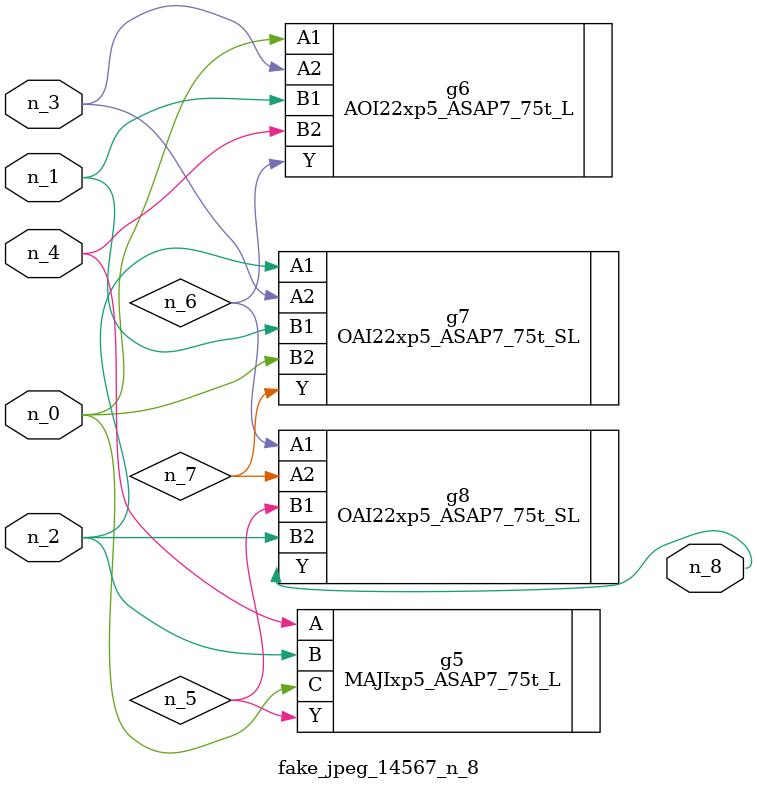
<source format=v>
module fake_jpeg_14567_n_8 (n_3, n_2, n_1, n_0, n_4, n_8);

input n_3;
input n_2;
input n_1;
input n_0;
input n_4;

output n_8;

wire n_6;
wire n_5;
wire n_7;

MAJIxp5_ASAP7_75t_L g5 ( 
.A(n_4),
.B(n_2),
.C(n_0),
.Y(n_5)
);

AOI22xp5_ASAP7_75t_L g6 ( 
.A1(n_0),
.A2(n_3),
.B1(n_1),
.B2(n_4),
.Y(n_6)
);

OAI22xp5_ASAP7_75t_SL g7 ( 
.A1(n_2),
.A2(n_3),
.B1(n_1),
.B2(n_0),
.Y(n_7)
);

OAI22xp5_ASAP7_75t_SL g8 ( 
.A1(n_6),
.A2(n_7),
.B1(n_5),
.B2(n_2),
.Y(n_8)
);


endmodule
</source>
